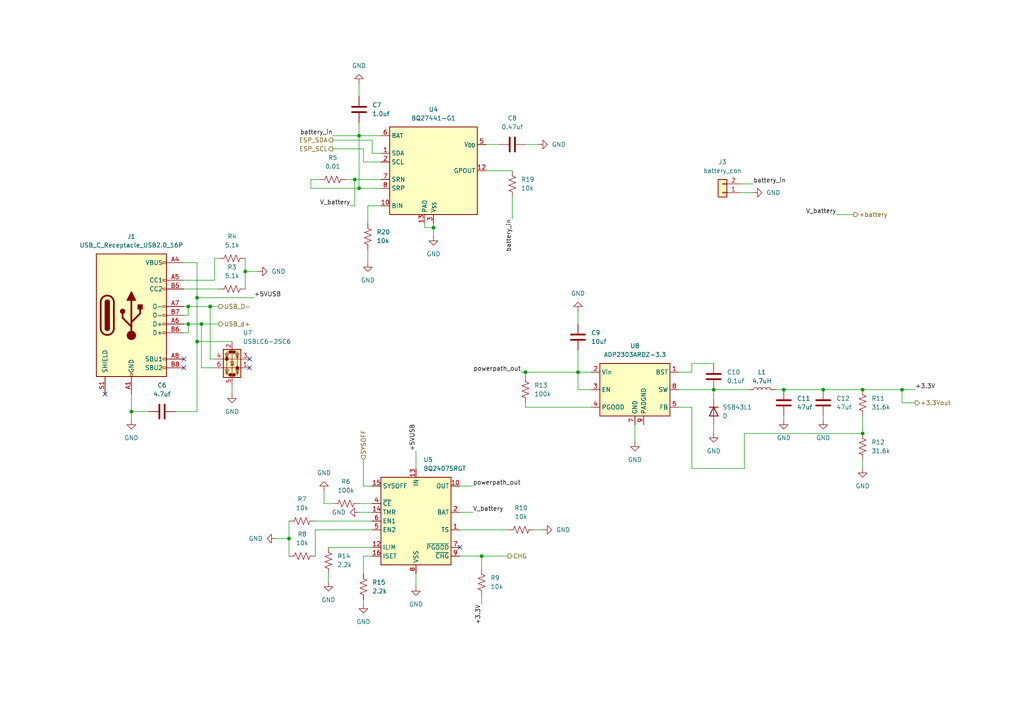
<source format=kicad_sch>
(kicad_sch (version 20250114) (generator "eeschema") (generator_version "9.0")
  (paper "A4")
  (lib_symbols
    (symbol "Battery_Management:BQ24075RGT"
      (property "Reference" "U" (at -8.89 13.97 0))
      (property "Value" "BQ24075RGT" (at 16.51 13.97 0))
      (symbol "BQ24075RGT_0_1"
        (rectangle (start -10.16 12.7) (end 10.16 -12.7) (stroke (width 0.254)) (fill (type background)))
      )
      (symbol "BQ24075RGT_1_1"
        (pin input line (at -12.7 10.16 0) (length 2.54) (name "SYSOFF") (number "15"))
        (pin input line (at -12.7 5.08 0) (length 2.54) (name "~{CE}") (number "4"))
        (pin input line (at -12.7 2.54 0) (length 2.54) (name "TMR") (number "14"))
        (pin input line (at -12.7 0 0) (length 2.54) (name "EN1") (number "6"))
        (pin input line (at -12.7 -2.54 0) (length 2.54) (name "EN2") (number "5"))
        (pin passive line (at -12.7 -7.62 0) (length 2.54) (name "ILIM") (number "12"))
        (pin passive line (at -12.7 -10.16 0) (length 2.54) (name "ISET") (number "16"))
        (pin power_in line (at 0 15.24 270) (length 2.54) (name "IN") (number "13"))
        (pin passive line (at 0 -15.24 90) (length 2.54) (hide yes) (name "VSS") (number "17"))
        (pin power_in line (at 0 -15.24 90) (length 2.54) (name "VSS") (number "8"))
        (pin power_out line (at 12.7 10.16 180) (length 2.54) (name "OUT") (number "10"))
        (pin passive line (at 12.7 10.16 180) (length 2.54) (hide yes) (name "OUT") (number "11"))
        (pin power_out line (at 12.7 2.54 180) (length 2.54) (name "BAT") (number "2"))
        (pin passive line (at 12.7 2.54 180) (length 2.54) (hide yes) (name "BAT") (number "3"))
        (pin passive line (at 12.7 -2.54 180) (length 2.54) (name "TS") (number "1"))
        (pin open_collector line (at 12.7 -7.62 180) (length 2.54) (name "~{PGOOD}") (number "7"))
        (pin open_collector line (at 12.7 -10.16 180) (length 2.54) (name "~{CHG}") (number "9"))
      )
    )
    (symbol "Battery_Management:BQ27441-G1"
      (property "Reference" "U" (at -5.08 15.875 0))
      (property "Value" "BQ27441-G1" (at -5.08 13.97 0))
      (symbol "BQ27441-G1_0_1"
        (rectangle (start -12.7 12.7) (end 12.7 -12.7) (stroke (width 0.254)) (fill (type background)))
      )
      (symbol "BQ27441-G1_1_1"
        (pin power_in line (at -15.24 10.16 0) (length 2.54) (name "BAT") (number "6"))
        (pin bidirectional line (at -15.24 5.08 0) (length 2.54) (name "SDA") (number "1"))
        (pin input line (at -15.24 2.54 0) (length 2.54) (name "SCL") (number "2"))
        (pin input line (at -15.24 -2.54 0) (length 2.54) (name "SRN") (number "7"))
        (pin input line (at -15.24 -5.08 0) (length 2.54) (name "SRP") (number "8"))
        (pin input line (at -15.24 -10.16 0) (length 2.54) (name "BIN") (number "10"))
        (pin power_in line (at -2.54 -15.24 90) (length 2.54) (name "PAD") (number "13"))
        (pin power_in line (at 0 -15.24 90) (length 2.54) (name "V_{SS}") (number "3"))
        (pin no_connect line (at 10.16 -2.54 180) (length 2.54) (hide yes) (name "NC") (number "11"))
        (pin no_connect line (at 10.16 -5.08 180) (length 2.54) (hide yes) (name "NC") (number "9"))
        (pin no_connect line (at 10.16 -7.62 180) (length 2.54) (hide yes) (name "NC") (number "4"))
        (pin power_out line (at 15.24 7.62 180) (length 2.54) (name "V_{DD}") (number "5"))
        (pin output line (at 15.24 0 180) (length 2.54) (name "GPOUT") (number "12"))
      )
    )
    (symbol "Connector:USB_C_Receptacle_USB2.0_16P" (pin_names (offset 1.016))
      (property "Reference" "J" (at 0 22.225 0))
      (property "Value" "USB_C_Receptacle_USB2.0_16P" (at 0 19.685 0))
      (symbol "USB_C_Receptacle_USB2.0_16P_0_0"
        (rectangle (start -0.254 -17.78) (end 0.254 -16.764))
        (rectangle (start 10.16 15.494) (end 9.144 14.986))
        (rectangle (start 10.16 10.414) (end 9.144 9.906))
        (rectangle (start 10.16 7.874) (end 9.144 7.366))
        (rectangle (start 10.16 2.794) (end 9.144 2.286))
        (rectangle (start 10.16 0.254) (end 9.144 -0.254))
        (rectangle (start 10.16 -2.286) (end 9.144 -2.794))
        (rectangle (start 10.16 -4.826) (end 9.144 -5.334))
        (rectangle (start 10.16 -12.446) (end 9.144 -12.954))
        (rectangle (start 10.16 -14.986) (end 9.144 -15.494))
      )
      (symbol "USB_C_Receptacle_USB2.0_16P_0_1"
        (rectangle (start -10.16 17.78) (end 10.16 -17.78) (stroke (width 0.254)) (fill (type background)))
        (polyline (pts (xy -8.89 -3.81) (xy -8.89 3.81)) (stroke (width 0.508)))
        (rectangle (start -7.62 -3.81) (end -6.35 3.81) (stroke (width 0.254)) (fill (type outline)))
        (arc (start -7.62 3.81) (mid -6.985 4.4423) (end -6.35 3.81) (stroke (width 0.254)))
        (arc (start -7.62 3.81) (mid -6.985 4.4423) (end -6.35 3.81) (stroke (width 0.254)) (fill (type outline)))
        (arc (start -8.89 3.81) (mid -6.985 5.7067) (end -5.08 3.81) (stroke (width 0.508)))
        (arc (start -5.08 -3.81) (mid -6.985 -5.7067) (end -8.89 -3.81) (stroke (width 0.508)))
        (arc (start -6.35 -3.81) (mid -6.985 -4.4423) (end -7.62 -3.81) (stroke (width 0.254)))
        (arc (start -6.35 -3.81) (mid -6.985 -4.4423) (end -7.62 -3.81) (stroke (width 0.254)) (fill (type outline)))
        (polyline (pts (xy -5.08 3.81) (xy -5.08 -3.81)) (stroke (width 0.508)))
        (circle (center -2.54 1.143) (radius 0.635) (stroke (width 0.254)) (fill (type outline)))
        (polyline (pts (xy -1.27 4.318) (xy 0 6.858) (xy 1.27 4.318) (xy -1.27 4.318)) (stroke (width 0.254)) (fill (type outline)))
        (polyline (pts (xy 0 -2.032) (xy 2.54 0.508) (xy 2.54 1.778)) (stroke (width 0.508)))
        (polyline (pts (xy 0 -3.302) (xy -2.54 -0.762) (xy -2.54 0.508)) (stroke (width 0.508)))
        (polyline (pts (xy 0 -5.842) (xy 0 4.318)) (stroke (width 0.508)))
        (circle (center 0 -5.842) (radius 1.27) (fill (type outline)))
        (rectangle (start 1.905 1.778) (end 3.175 3.048) (stroke (width 0.254)) (fill (type outline)))
      )
      (symbol "USB_C_Receptacle_USB2.0_16P_1_1"
        (pin passive line (at -7.62 -22.86 90) (length 5.08) (name "SHIELD") (number "S1"))
        (pin passive line (at 0 -22.86 90) (length 5.08) (name "GND") (number "A1"))
        (pin passive line (at 0 -22.86 90) (length 5.08) (hide yes) (name "GND") (number "A12"))
        (pin passive line (at 0 -22.86 90) (length 5.08) (hide yes) (name "GND") (number "B1"))
        (pin passive line (at 0 -22.86 90) (length 5.08) (hide yes) (name "GND") (number "B12"))
        (pin passive line (at 15.24 15.24 180) (length 5.08) (name "VBUS") (number "A4"))
        (pin passive line (at 15.24 15.24 180) (length 5.08) (hide yes) (name "VBUS") (number "A9"))
        (pin passive line (at 15.24 15.24 180) (length 5.08) (hide yes) (name "VBUS") (number "B4"))
        (pin passive line (at 15.24 15.24 180) (length 5.08) (hide yes) (name "VBUS") (number "B9"))
        (pin bidirectional line (at 15.24 10.16 180) (length 5.08) (name "CC1") (number "A5"))
        (pin bidirectional line (at 15.24 7.62 180) (length 5.08) (name "CC2") (number "B5"))
        (pin bidirectional line (at 15.24 2.54 180) (length 5.08) (name "D-") (number "A7"))
        (pin bidirectional line (at 15.24 0 180) (length 5.08) (name "D-") (number "B7"))
        (pin bidirectional line (at 15.24 -2.54 180) (length 5.08) (name "D+") (number "A6"))
        (pin bidirectional line (at 15.24 -5.08 180) (length 5.08) (name "D+") (number "B6"))
        (pin bidirectional line (at 15.24 -12.7 180) (length 5.08) (name "SBU1") (number "A8"))
        (pin bidirectional line (at 15.24 -15.24 180) (length 5.08) (name "SBU2") (number "B8"))
      )
    )
    (symbol "Connector_Generic:Conn_01x02" (pin_names (offset 1.016) (hide yes))
      (property "Reference" "J" (at 0 2.54 0))
      (property "Value" "Conn_01x02" (at 0 -5.08 0))
      (symbol "Conn_01x02_1_1"
        (rectangle (start -1.27 1.27) (end 1.27 -3.81) (stroke (width 0.254)) (fill (type background)))
        (rectangle (start -1.27 0.127) (end 0 -0.127) (stroke (width 0.1524)))
        (rectangle (start -1.27 -2.413) (end 0 -2.667) (stroke (width 0.1524)))
        (pin passive line (at -5.08 0 0) (length 3.81) (name "Pin_1") (number "1"))
        (pin passive line (at -5.08 -2.54 0) (length 3.81) (name "Pin_2") (number "2"))
      )
    )
    (symbol "Device:C" (pin_numbers (hide yes)) (pin_names (offset 0.254))
      (property "Reference" "C" (at 0.635 2.54 0))
      (property "Value" "C" (at 0.635 -2.54 0))
      (symbol "C_0_1"
        (polyline (pts (xy -2.032 0.762) (xy 2.032 0.762)) (stroke (width 0.508)))
        (polyline (pts (xy -2.032 -0.762) (xy 2.032 -0.762)) (stroke (width 0.508)))
      )
      (symbol "C_1_1"
        (pin passive line (at 0 3.81 270) (length 2.794) (name "~") (number "1"))
        (pin passive line (at 0 -3.81 90) (length 2.794) (name "~") (number "2"))
      )
    )
    (symbol "Device:D" (pin_numbers (hide yes)) (pin_names (offset 1.016) (hide yes))
      (property "Reference" "D" (at 0 2.54 0))
      (property "Value" "D" (at 0 -2.54 0))
      (symbol "D_0_1"
        (polyline (pts (xy -1.27 1.27) (xy -1.27 -1.27)) (stroke (width 0.254)))
        (polyline (pts (xy 1.27 1.27) (xy 1.27 -1.27) (xy -1.27 0) (xy 1.27 1.27)) (stroke (width 0.254)))
        (polyline (pts (xy 1.27 0) (xy -1.27 0)))
      )
      (symbol "D_1_1"
        (pin passive line (at -3.81 0 0) (length 2.54) (name "K") (number "1"))
        (pin passive line (at 3.81 0 180) (length 2.54) (name "A") (number "2"))
      )
    )
    (symbol "Device:L" (pin_numbers (hide yes)) (pin_names (offset 1.016) (hide yes))
      (property "Reference" "L" (at -1.27 0 90))
      (property "Value" "L" (at 1.905 0 90))
      (symbol "L_0_1"
        (arc (start 0 2.54) (mid 0.6323 1.905) (end 0 1.27))
        (arc (start 0 1.27) (mid 0.6323 0.635) (end 0 0))
        (arc (start 0 0) (mid 0.6323 -0.635) (end 0 -1.27))
        (arc (start 0 -1.27) (mid 0.6323 -1.905) (end 0 -2.54))
      )
      (symbol "L_1_1"
        (pin passive line (at 0 3.81 270) (length 1.27) (name "1") (number "1"))
        (pin passive line (at 0 -3.81 90) (length 1.27) (name "2") (number "2"))
      )
    )
    (symbol "Device:R_US" (pin_numbers (hide yes)) (pin_names (offset 0))
      (property "Reference" "R" (at 2.54 0 90))
      (property "Value" "R_US" (at -2.54 0 90))
      (symbol "R_US_0_1"
        (polyline (pts (xy 0 2.286) (xy 0 2.54)))
        (polyline (pts (xy 0 2.286) (xy 1.016 1.905) (xy 0 1.524) (xy -1.016 1.143) (xy 0 0.762)))
        (polyline (pts (xy 0 0.762) (xy 1.016 0.381) (xy 0 0) (xy -1.016 -0.381) (xy 0 -0.762)))
        (polyline (pts (xy 0 -0.762) (xy 1.016 -1.143) (xy 0 -1.524) (xy -1.016 -1.905) (xy 0 -2.286)))
        (polyline (pts (xy 0 -2.286) (xy 0 -2.54)))
      )
      (symbol "R_US_1_1"
        (pin passive line (at 0 3.81 270) (length 1.27) (name "~") (number "1"))
        (pin passive line (at 0 -3.81 90) (length 1.27) (name "~") (number "2"))
      )
    )
    (symbol "Power_Protection:USBLC6-2SC6" (pin_names (hide yes))
      (property "Reference" "U" (at 0.635 5.715 0))
      (property "Value" "USBLC6-2SC6" (at 0.635 3.81 0))
      (symbol "USBLC6-2SC6_0_0"
        (circle (center -1.524 0) (radius 0.0001) (stroke (width 0.508)))
        (circle (center -0.508 2.032) (radius 0.0001) (stroke (width 0.508)))
        (circle (center -0.508 -4.572) (radius 0.0001) (stroke (width 0.508)))
        (circle (center 0.508 2.032) (radius 0.0001) (stroke (width 0.508)))
        (circle (center 0.508 -4.572) (radius 0.0001) (stroke (width 0.508)))
        (circle (center 1.524 -2.54) (radius 0.0001) (stroke (width 0.508)))
      )
      (symbol "USBLC6-2SC6_0_1"
        (polyline (pts (xy -2.54 0) (xy 2.54 0)))
        (polyline (pts (xy -2.54 -2.54) (xy 2.54 -2.54)))
        (polyline (pts (xy -2.032 0.508) (xy -1.016 0.508) (xy -1.524 1.524) (xy -2.032 0.508)))
        (polyline (pts (xy -2.032 -3.048) (xy -1.016 -3.048)))
        (polyline (pts (xy -1.016 1.524) (xy -2.032 1.524)))
        (polyline (pts (xy -1.016 -4.064) (xy -2.032 -4.064) (xy -1.524 -3.048) (xy -1.016 -4.064)))
        (polyline (pts (xy -0.508 -1.143) (xy -0.508 -0.762) (xy 0.508 -0.762)))
        (polyline (pts (xy 0 2.54) (xy -0.508 2.032) (xy 0.508 2.032) (xy 0 1.524) (xy 0 -4.064) (xy -0.508 -4.572) (xy 0.508 -4.572) (xy 0 -5.08)))
        (polyline (pts (xy 0.508 -1.778) (xy -0.508 -1.778) (xy 0 -0.762) (xy 0.508 -1.778)))
        (polyline (pts (xy 1.016 1.524) (xy 2.032 1.524)))
        (polyline (pts (xy 1.016 -3.048) (xy 2.032 -3.048)))
        (polyline (pts (xy 2.032 0.508) (xy 1.016 0.508) (xy 1.524 1.524) (xy 2.032 0.508)))
        (polyline (pts (xy 2.032 -4.064) (xy 1.016 -4.064) (xy 1.524 -3.048) (xy 2.032 -4.064)))
      )
      (symbol "USBLC6-2SC6_1_1"
        (rectangle (start -2.54 2.794) (end 2.54 -5.334) (stroke (width 0.254)) (fill (type background)))
        (polyline (pts (xy -0.508 2.032) (xy -1.524 2.032) (xy -1.524 -4.572) (xy -0.508 -4.572)))
        (polyline (pts (xy 0.508 -4.572) (xy 1.524 -4.572) (xy 1.524 2.032) (xy 0.508 2.032)))
        (pin passive line (at -5.08 0 0) (length 2.54) (name "I/O1") (number "1"))
        (pin passive line (at -5.08 -2.54 0) (length 2.54) (name "I/O2") (number "3"))
        (pin passive line (at 0 5.08 270) (length 2.54) (name "VBUS") (number "5"))
        (pin passive line (at 0 -7.62 90) (length 2.54) (name "GND") (number "2"))
        (pin passive line (at 5.08 0 180) (length 2.54) (name "I/O1") (number "6"))
        (pin passive line (at 5.08 -2.54 180) (length 2.54) (name "I/O2") (number "4"))
      )
    )
    (symbol "Regulator_Switching:ADP2303ARDZ-3.3"
      (property "Reference" "U" (at -10.16 8.89 0))
      (property "Value" "ADP2303ARDZ-3.3" (at -3.81 8.89 0))
      (symbol "ADP2303ARDZ-3.3_0_1"
        (rectangle (start -10.16 7.62) (end 10.16 -7.62) (stroke (width 0.254)) (fill (type background)))
      )
      (symbol "ADP2303ARDZ-3.3_1_1"
        (pin power_in line (at -12.7 5.08 0) (length 2.54) (name "Vin") (number "2"))
        (pin input line (at -12.7 0 0) (length 2.54) (name "EN") (number "3"))
        (pin output line (at -12.7 -5.08 0) (length 2.54) (name "PGOOD") (number "4"))
        (pin no_connect line (at -10.16 2.54 0) (length 2.54) (hide yes) (name "NC") (number "6"))
        (pin power_in line (at 0 -10.16 90) (length 2.54) (name "GND") (number "7"))
        (pin power_in line (at 2.54 -10.16 90) (length 2.54) (name "PADGND") (number "9"))
        (pin input line (at 12.7 5.08 180) (length 2.54) (name "BST") (number "1"))
        (pin power_out line (at 12.7 0 180) (length 2.54) (name "SW") (number "8"))
        (pin input line (at 12.7 -5.08 180) (length 2.54) (name "FB") (number "5"))
      )
    )
    (symbol "power:GND" (power) (pin_numbers (hide yes)) (pin_names (offset 0) (hide yes))
      (property "Value" "GND" (at 0 -3.81 0))
      (symbol "GND_0_1"
        (polyline (pts (xy 0 0) (xy 0 -1.27) (xy 1.27 -1.27) (xy 0 -2.54) (xy -1.27 -1.27) (xy 0 -1.27)))
      )
      (symbol "GND_1_1"
        (pin power_in line (at 0 0 270) (length 0) (name "~") (number "1"))
      )
    )
  )
  (junction (at 54.61 93.98))
  (junction (at 58.42 93.98))
  (junction (at 125.73 66.04))
  (junction (at 57.15 99.06))
  (junction (at 38.1 119.38))
  (junction (at 71.12 78.74))
  (junction (at 250.19 113.03))
  (junction (at 227.33 113.03))
  (junction (at 207.01 113.03))
  (junction (at 57.15 86.36))
  (junction (at 139.7 161.29))
  (junction (at 104.14 39.37))
  (junction (at 104.14 54.61))
  (junction (at 167.64 107.95))
  (junction (at 261.62 113.03))
  (junction (at 102.87 52.07))
  (junction (at 250.19 125.73))
  (junction (at 83.82 156.21))
  (junction (at 60.96 88.9))
  (junction (at 238.76 113.03))
  (junction (at 152.4 107.95))
  (junction (at 54.61 88.9))
  (no_connect (at 72.39 106.68))
  (no_connect (at 30.48 114.3))
  (no_connect (at 133.35 158.75))
  (no_connect (at 53.34 104.14))
  (no_connect (at 53.34 106.68))
  (no_connect (at 72.39 104.14))
  (wire (pts (xy 104.14 39.37) (xy 110.49 39.37)))
  (wire (pts (xy 54.61 93.98) (xy 58.42 93.98)))
  (wire (pts (xy 104.14 54.61) (xy 110.49 54.61)))
  (wire (pts (xy 60.96 104.14) (xy 62.23 104.14)))
  (wire (pts (xy 54.61 96.52) (xy 54.61 93.98)))
  (wire (pts (xy 58.42 93.98) (xy 58.42 106.68)))
  (wire (pts (xy 102.87 59.69) (xy 102.87 52.07)))
  (wire (pts (xy 71.12 78.74) (xy 74.93 78.74)))
  (wire (pts (xy 107.95 44.45) (xy 110.49 44.45)))
  (wire (pts (xy 133.35 153.67) (xy 147.32 153.67)))
  (wire (pts (xy 152.4 107.95) (xy 152.4 109.22)))
  (wire (pts (xy 105.41 46.99) (xy 110.49 46.99)))
  (wire (pts (xy 152.4 107.95) (xy 167.64 107.95)))
  (wire (pts (xy 92.71 52.07) (xy 90.17 52.07)))
  (wire (pts (xy 125.73 66.04) (xy 125.73 68.58)))
  (wire (pts (xy 60.96 88.9) (xy 60.96 104.14)))
  (wire (pts (xy 107.95 40.64) (xy 107.95 44.45)))
  (wire (pts (xy 104.14 39.37) (xy 104.14 54.61)))
  (wire (pts (xy 227.33 113.03) (xy 238.76 113.03)))
  (wire (pts (xy 261.62 116.84) (xy 265.43 116.84)))
  (wire (pts (xy 91.44 151.13) (xy 107.95 151.13)))
  (wire (pts (xy 95.25 158.75) (xy 107.95 158.75)))
  (wire (pts (xy 250.19 120.65) (xy 250.19 125.73)))
  (wire (pts (xy 200.66 118.11) (xy 200.66 135.89)))
  (wire (pts (xy 261.62 113.03) (xy 261.62 116.84)))
  (wire (pts (xy 214.63 53.34) (xy 218.44 53.34)))
  (wire (pts (xy 57.15 86.36) (xy 73.66 86.36)))
  (wire (pts (xy 102.87 52.07) (xy 110.49 52.07)))
  (wire (pts (xy 140.97 41.91) (xy 144.78 41.91)))
  (wire (pts (xy 242.57 62.23) (xy 247.65 62.23)))
  (wire (pts (xy 101.6 59.69) (xy 102.87 59.69)))
  (wire (pts (xy 91.44 153.67) (xy 91.44 161.29)))
  (wire (pts (xy 105.41 43.18) (xy 105.41 46.99)))
  (wire (pts (xy 90.17 52.07) (xy 90.17 54.61)))
  (wire (pts (xy 107.95 161.29) (xy 105.41 161.29)))
  (wire (pts (xy 167.64 113.03) (xy 171.45 113.03)))
  (wire (pts (xy 139.7 172.72) (xy 139.7 175.26)))
  (wire (pts (xy 57.15 86.36) (xy 57.15 76.2)))
  (wire (pts (xy 152.4 41.91) (xy 156.21 41.91)))
  (wire (pts (xy 105.41 140.97) (xy 107.95 140.97)))
  (wire (pts (xy 196.85 118.11) (xy 200.66 118.11)))
  (wire (pts (xy 184.15 123.19) (xy 184.15 128.27)))
  (wire (pts (xy 96.52 40.64) (xy 107.95 40.64)))
  (wire (pts (xy 196.85 113.03) (xy 207.01 113.03)))
  (wire (pts (xy 133.35 161.29) (xy 139.7 161.29)))
  (wire (pts (xy 57.15 76.2) (xy 53.34 76.2)))
  (wire (pts (xy 123.19 64.77) (xy 123.19 66.04)))
  (wire (pts (xy 53.34 93.98) (xy 54.61 93.98)))
  (wire (pts (xy 106.68 72.39) (xy 106.68 76.2)))
  (wire (pts (xy 58.42 106.68) (xy 62.23 106.68)))
  (wire (pts (xy 83.82 151.13) (xy 83.82 156.21)))
  (wire (pts (xy 54.61 88.9) (xy 60.96 88.9)))
  (wire (pts (xy 53.34 96.52) (xy 54.61 96.52)))
  (wire (pts (xy 207.01 113.03) (xy 207.01 115.57)))
  (wire (pts (xy 60.96 88.9) (xy 63.5 88.9)))
  (wire (pts (xy 62.23 74.93) (xy 63.5 74.93)))
  (wire (pts (xy 140.97 49.53) (xy 148.59 49.53)))
  (wire (pts (xy 50.8 119.38) (xy 57.15 119.38)))
  (wire (pts (xy 57.15 99.06) (xy 67.31 99.06)))
  (wire (pts (xy 133.35 140.97) (xy 137.16 140.97)))
  (wire (pts (xy 139.7 161.29) (xy 139.7 165.1)))
  (wire (pts (xy 139.7 161.29) (xy 147.32 161.29)))
  (wire (pts (xy 95.25 166.37) (xy 95.25 168.91)))
  (wire (pts (xy 104.14 146.05) (xy 107.95 146.05)))
  (wire (pts (xy 96.52 39.37) (xy 104.14 39.37)))
  (wire (pts (xy 250.19 113.03) (xy 261.62 113.03)))
  (wire (pts (xy 200.66 105.41) (xy 207.01 105.41)))
  (wire (pts (xy 207.01 113.03) (xy 217.17 113.03)))
  (wire (pts (xy 120.65 130.81) (xy 120.65 135.89)))
  (wire (pts (xy 38.1 119.38) (xy 43.18 119.38)))
  (wire (pts (xy 58.42 93.98) (xy 63.5 93.98)))
  (wire (pts (xy 106.68 59.69) (xy 106.68 64.77)))
  (wire (pts (xy 167.64 101.6) (xy 167.64 107.95)))
  (wire (pts (xy 125.73 64.77) (xy 125.73 66.04)))
  (wire (pts (xy 105.41 133.35) (xy 105.41 140.97)))
  (wire (pts (xy 214.63 55.88) (xy 218.44 55.88)))
  (wire (pts (xy 38.1 119.38) (xy 38.1 121.92)))
  (wire (pts (xy 100.33 52.07) (xy 102.87 52.07)))
  (wire (pts (xy 71.12 74.93) (xy 71.12 78.74)))
  (wire (pts (xy 200.66 107.95) (xy 200.66 105.41)))
  (wire (pts (xy 53.34 83.82) (xy 63.5 83.82)))
  (wire (pts (xy 71.12 78.74) (xy 71.12 83.82)))
  (wire (pts (xy 133.35 148.59) (xy 137.16 148.59)))
  (wire (pts (xy 96.52 146.05) (xy 93.98 146.05)))
  (wire (pts (xy 38.1 114.3) (xy 38.1 119.38)))
  (wire (pts (xy 238.76 113.03) (xy 250.19 113.03)))
  (wire (pts (xy 57.15 99.06) (xy 57.15 86.36)))
  (wire (pts (xy 154.94 153.67) (xy 157.48 153.67)))
  (wire (pts (xy 200.66 135.89) (xy 215.9 135.89)))
  (wire (pts (xy 265.43 113.03) (xy 261.62 113.03)))
  (wire (pts (xy 152.4 116.84) (xy 152.4 118.11)))
  (wire (pts (xy 120.65 166.37) (xy 120.65 170.18)))
  (wire (pts (xy 123.19 66.04) (xy 125.73 66.04)))
  (wire (pts (xy 151.13 107.95) (xy 152.4 107.95)))
  (wire (pts (xy 57.15 119.38) (xy 57.15 99.06)))
  (wire (pts (xy 54.61 91.44) (xy 54.61 88.9)))
  (wire (pts (xy 250.19 133.35) (xy 250.19 135.89)))
  (wire (pts (xy 93.98 146.05) (xy 93.98 142.24)))
  (wire (pts (xy 80.01 156.21) (xy 83.82 156.21)))
  (wire (pts (xy 104.14 148.59) (xy 107.95 148.59)))
  (wire (pts (xy 167.64 90.17) (xy 167.64 93.98)))
  (wire (pts (xy 238.76 120.65) (xy 238.76 121.92)))
  (wire (pts (xy 152.4 118.11) (xy 171.45 118.11)))
  (wire (pts (xy 167.64 107.95) (xy 167.64 113.03)))
  (wire (pts (xy 105.41 161.29) (xy 105.41 166.37)))
  (wire (pts (xy 62.23 81.28) (xy 62.23 74.93)))
  (wire (pts (xy 227.33 120.65) (xy 227.33 121.92)))
  (wire (pts (xy 104.14 35.56) (xy 104.14 39.37)))
  (wire (pts (xy 53.34 88.9) (xy 54.61 88.9)))
  (wire (pts (xy 207.01 123.19) (xy 207.01 125.73)))
  (wire (pts (xy 196.85 107.95) (xy 200.66 107.95)))
  (wire (pts (xy 110.49 59.69) (xy 106.68 59.69)))
  (wire (pts (xy 67.31 111.76) (xy 67.31 114.3)))
  (wire (pts (xy 167.64 107.95) (xy 171.45 107.95)))
  (wire (pts (xy 91.44 153.67) (xy 107.95 153.67)))
  (wire (pts (xy 90.17 54.61) (xy 104.14 54.61)))
  (wire (pts (xy 96.52 43.18) (xy 105.41 43.18)))
  (wire (pts (xy 215.9 135.89) (xy 215.9 125.73)))
  (wire (pts (xy 215.9 125.73) (xy 250.19 125.73)))
  (wire (pts (xy 148.59 57.15) (xy 148.59 63.5)))
  (wire (pts (xy 224.79 113.03) (xy 227.33 113.03)))
  (wire (pts (xy 53.34 91.44) (xy 54.61 91.44)))
  (wire (pts (xy 53.34 81.28) (xy 62.23 81.28)))
  (wire (pts (xy 104.14 24.13) (xy 104.14 27.94)))
  (wire (pts (xy 83.82 156.21) (xy 83.82 161.29)))
  (wire (pts (xy 105.41 173.99) (xy 105.41 175.26)))
  (label "V_battery" (at 101.6 59.69 180))
  (label "V_battery" (at 137.16 148.59 0))
  (label "+5VUSB" (at 120.65 130.81 90))
  (label "+5VUSB" (at 73.66 86.36 0))
  (label "V_battery" (at 242.57 62.23 180))
  (label "powerpath_out" (at 151.13 107.95 180))
  (label "battery_in" (at 96.52 39.37 180))
  (label "powerpath_out" (at 137.16 140.97 0))
  (label "battery_in" (at 148.59 63.5 270))
  (label "+3.3V" (at 265.43 113.03 0))
  (label "battery_in" (at 218.44 53.34 0))
  (label "+3.3V" (at 139.7 175.26 270))
  (hierarchical_label "ESP_SDA" (shape output) (at 96.52 40.64 180))
  (hierarchical_label "+battery" (shape output) (at 247.65 62.23 0))
  (hierarchical_label "ESP_SCL" (shape output) (at 96.52 43.18 180))
  (hierarchical_label "CHG" (shape output) (at 147.32 161.29 0))
  (hierarchical_label "USB_D-" (shape output) (at 63.5 88.9 0))
  (hierarchical_label "SYSOFF" (shape input) (at 105.41 133.35 90))
  (hierarchical_label "+3.3Vout" (shape output) (at 265.43 116.84 0))
  (hierarchical_label "USB_d+" (shape output) (at 63.5 93.98 0))
  (symbol (lib_id "power:GND") (at 120.65 170.18 0) (unit 1)
    (property "Reference" "#PWR022" (effects (hide yes)))
    (property "Value" "GND" (at 120.65 175.26 0))
    (property "Description" "Power symbol creates a global label with name \"GND\" , ground" (effects (hide yes)))
  )
  (symbol (lib_id "power:GND") (at 74.93 78.74 90) (unit 1)
    (property "Reference" "#PWR016" (effects (hide yes)))
    (property "Value" "GND" (at 78.74 78.7399 90) (effects (justify right)))
    (property "Description" "Power symbol creates a global label with name \"GND\" , ground" (effects (hide yes)))
  )
  (symbol (lib_id "Device:R_US") (at 152.4 113.03 0) (unit 1)
    (property "Reference" "R13" (at 154.94 111.7599 0) (effects (justify left)))
    (property "Value" "100k" (at 154.94 114.2999 0) (effects (justify left)))
    (property "Footprint" "Resistor_SMD:R_0402_1005Metric" (effects (hide yes)))
    (property "Description" "Resistor, US symbol" (effects (hide yes)))
  )
  (symbol (lib_id "power:GND") (at 80.01 156.21 270) (unit 1)
    (property "Reference" "#PWR023" (effects (hide yes)))
    (property "Value" "GND" (at 76.2 156.2099 90) (effects (justify right)))
    (property "Description" "Power symbol creates a global label with name \"GND\" , ground" (effects (hide yes)))
  )
  (symbol (lib_id "power:GND") (at 207.01 125.73 0) (unit 1)
    (property "Reference" "#PWR028" (effects (hide yes)))
    (property "Value" "GND" (at 207.01 130.81 0))
    (property "Description" "Power symbol creates a global label with name \"GND\" , ground" (effects (hide yes)))
  )
  (symbol (lib_id "Device:R_US") (at 67.31 74.93 90) (unit 1)
    (property "Reference" "R4" (at 67.31 68.58 90))
    (property "Value" "5.1k" (at 67.31 71.12 90))
    (property "Footprint" "Resistor_SMD:R_0402_1005Metric" (effects (hide yes)))
    (property "Description" "Resistor, US symbol" (effects (hide yes)))
  )
  (symbol (lib_id "Device:C") (at 227.33 116.84 0) (unit 1)
    (property "Reference" "C11" (at 231.14 115.5699 0) (effects (justify left)))
    (property "Value" "47uf" (at 231.14 118.1099 0) (effects (justify left)))
    (property "Footprint" "Capacitor_SMD:C_0402_1005Metric" (effects (hide yes)))
    (property "Description" "Unpolarized capacitor" (effects (hide yes)))
  )
  (symbol (lib_id "power:GND") (at 238.76 121.92 0) (unit 1)
    (property "Reference" "#PWR033" (effects (hide yes)))
    (property "Value" "GND" (at 238.76 127 0))
    (property "Description" "Power symbol creates a global label with name \"GND\" , ground" (effects (hide yes)))
  )
  (symbol (lib_id "Device:C") (at 104.14 31.75 0) (unit 1)
    (property "Reference" "C7" (at 107.95 30.4799 0) (effects (justify left)))
    (property "Value" "1.0uf" (at 107.95 33.0199 0) (effects (justify left)))
    (property "Footprint" "Capacitor_SMD:C_0402_1005Metric" (effects (hide yes)))
    (property "Description" "Unpolarized capacitor" (effects (hide yes)))
  )
  (symbol (lib_id "Connector_Generic:Conn_01x02") (at 209.55 55.88 180) (unit 1)
    (property "Reference" "J3" (at 209.55 46.99 0))
    (property "Value" "battery_con" (at 209.55 49.53 0))
    (property "Footprint" "Connector_JST:JST_PH_S2B-PH-K_1x02_P2.00mm_Horizontal" (effects (hide yes)))
    (property "Description" "Generic connector, single row, 01x02, script generated (kicad-library-utils/schlib/autogen/connector/)" (effects (hide yes)))
  )
  (symbol (lib_id "power:GND") (at 95.25 168.91 0) (unit 1)
    (property "Reference" "#PWR030" (effects (hide yes)))
    (property "Value" "GND" (at 95.25 173.99 0))
    (property "Description" "Power symbol creates a global label with name \"GND\" , ground" (effects (hide yes)))
  )
  (symbol (lib_id "Device:C") (at 148.59 41.91 270) (unit 1)
    (property "Reference" "C8" (at 148.59 34.29 90))
    (property "Value" "0.47uf" (at 148.59 36.83 90))
    (property "Footprint" "Capacitor_SMD:C_0402_1005Metric" (effects (hide yes)))
    (property "Description" "Unpolarized capacitor" (effects (hide yes)))
  )
  (symbol (lib_id "Device:R_US") (at 250.19 116.84 0) (unit 1)
    (property "Reference" "R11" (at 252.73 115.5699 0) (effects (justify left)))
    (property "Value" "31.6k" (at 252.73 118.1099 0) (effects (justify left)))
    (property "Footprint" "Resistor_SMD:R_0402_1005Metric" (effects (hide yes)))
    (property "Description" "Resistor, US symbol" (effects (hide yes)))
  )
  (symbol (lib_id "power:GND") (at 106.68 76.2 0) (unit 1)
    (property "Reference" "#PWR050" (effects (hide yes)))
    (property "Value" "GND" (at 106.68 81.28 0))
    (property "Description" "Power symbol creates a global label with name \"GND\" , ground" (effects (hide yes)))
  )
  (symbol (lib_id "power:GND") (at 38.1 121.92 0) (unit 1)
    (property "Reference" "#PWR015" (effects (hide yes)))
    (property "Value" "GND" (at 38.1 127 0))
    (property "Description" "Power symbol creates a global label with name \"GND\" , ground" (effects (hide yes)))
  )
  (symbol (lib_id "Device:C") (at 46.99 119.38 270) (unit 1)
    (property "Reference" "C6" (at 46.99 111.76 90))
    (property "Value" "4.7uf" (at 46.99 114.3 90))
    (property "Footprint" "Capacitor_SMD:C_0402_1005Metric" (effects (hide yes)))
    (property "Description" "Unpolarized capacitor" (effects (hide yes)))
  )
  (symbol (lib_id "Battery_Management:BQ27441-G1") (at 125.73 49.53 0) (unit 1)
    (property "Reference" "U4" (at 125.73 31.75 0))
    (property "Value" "BQ27441-G1" (at 125.73 34.29 0))
    (property "Footprint" "Package_SON:Texas_S-PDSO-N12" (effects (hide yes)))
    (property "Datasheet" "http://www.ti.com/lit/ds/symlink/bq27441-g1.pdf" (effects (hide yes)))
    (property "Description" "System Side Li Ion/Polymer Fuel Gauge, PDSON-12" (effects (hide yes)))
  )
  (symbol (lib_id "Device:D") (at 207.01 119.38 270) (unit 1)
    (property "Reference" "SSB43L1" (at 209.55 118.1099 90) (effects (justify left)))
    (property "Value" "D" (at 209.55 120.6499 90) (effects (justify left)))
    (property "Footprint" "Diode_SMD:D_SMB" (effects (hide yes)))
    (property "Description" "Diode" (effects (hide yes)))
    (property "Sim.Device" "D" (effects (hide yes)))
    (property "Sim.Pins" "1=K 2=A" (effects (hide yes)))
  )
  (symbol (lib_id "Power_Protection:USBLC6-2SC6") (at 67.31 106.68 180) (unit 1)
    (property "Reference" "U7" (at 70.4281 96.52 0) (effects (justify right)))
    (property "Value" "USBLC6-2SC6" (at 70.4281 99.06 0) (effects (justify right)))
    (property "Footprint" "Package_TO_SOT_SMD:SOT-23-6" (effects (hide yes)))
    (property "Datasheet" "https://www.st.com/resource/en/datasheet/usblc6-2.pdf" (effects (hide yes)))
    (property "Description" "Very low capacitance ESD protection diode, 2 data-line, SOT-23-6" (effects (hide yes)))
  )
  (symbol (lib_id "Device:R_US") (at 67.31 83.82 90) (unit 1)
    (property "Reference" "R3" (at 67.31 77.47 90))
    (property "Value" "5.1k" (at 67.31 80.01 90))
    (property "Footprint" "Resistor_SMD:R_0402_1005Metric" (effects (hide yes)))
    (property "Description" "Resistor, US symbol" (effects (hide yes)))
  )
  (symbol (lib_id "power:GND") (at 218.44 55.88 90) (unit 1)
    (property "Reference" "#PWR018" (effects (hide yes)))
    (property "Value" "GND" (at 222.25 55.8799 90) (effects (justify right)))
    (property "Description" "Power symbol creates a global label with name \"GND\" , ground" (effects (hide yes)))
  )
  (symbol (lib_id "Battery_Management:BQ24075RGT") (at 120.65 151.13 0) (unit 1)
    (property "Reference" "U5" (at 122.7933 133.35 0) (effects (justify left)))
    (property "Value" "BQ24075RGT" (at 122.7933 135.89 0) (effects (justify left)))
    (property "Footprint" "Package_DFN_QFN:VQFN-16-1EP_3x3mm_P0.5mm_EP1.6x1.6mm" (effects (hide yes)))
    (property "Datasheet" "http://www.ti.com/lit/ds/symlink/bq24075.pdf" (effects (hide yes)))
    (property "Description" "USB-Friendly Li-Ion Battery Charger and Power-Path Management, VQFN-16" (effects (hide yes)))
  )
  (symbol (lib_id "Device:R_US") (at 250.19 129.54 0) (unit 1)
    (property "Reference" "R12" (at 252.73 128.2699 0) (effects (justify left)))
    (property "Value" "31.6k" (at 252.73 130.8099 0) (effects (justify left)))
    (property "Footprint" "Resistor_SMD:R_0402_1005Metric" (effects (hide yes)))
    (property "Description" "Resistor, US symbol" (effects (hide yes)))
  )
  (symbol (lib_id "power:GND") (at 184.15 128.27 0) (unit 1)
    (property "Reference" "#PWR025" (effects (hide yes)))
    (property "Value" "GND" (at 184.15 133.35 0))
    (property "Description" "Power symbol creates a global label with name \"GND\" , ground" (effects (hide yes)))
  )
  (symbol (lib_id "Device:R_US") (at 96.52 52.07 90) (unit 1)
    (property "Reference" "R5" (at 96.52 45.72 90))
    (property "Value" "0.01" (at 96.52 48.26 90))
    (property "Footprint" "Resistor_SMD:R_0402_1005Metric" (effects (hide yes)))
    (property "Description" "Resistor, US symbol" (effects (hide yes)))
  )
  (symbol (lib_id "power:GND") (at 227.33 121.92 0) (unit 1)
    (property "Reference" "#PWR034" (effects (hide yes)))
    (property "Value" "GND" (at 227.33 127 0))
    (property "Description" "Power symbol creates a global label with name \"GND\" , ground" (effects (hide yes)))
  )
  (symbol (lib_id "power:GND") (at 104.14 24.13 180) (unit 1)
    (property "Reference" "#PWR019" (effects (hide yes)))
    (property "Value" "GND" (at 104.14 19.05 0))
    (property "Description" "Power symbol creates a global label with name \"GND\" , ground" (effects (hide yes)))
  )
  (symbol (lib_id "Device:R_US") (at 87.63 151.13 90) (unit 1)
    (property "Reference" "R7" (at 87.63 144.78 90))
    (property "Value" "10k" (at 87.63 147.32 90))
    (property "Footprint" "Resistor_SMD:R_0402_1005Metric" (effects (hide yes)))
    (property "Description" "Resistor, US symbol" (effects (hide yes)))
  )
  (symbol (lib_id "Device:R_US") (at 95.25 162.56 180) (unit 1)
    (property "Reference" "R14" (at 97.79 161.2899 0) (effects (justify right)))
    (property "Value" "2.2k" (at 97.79 163.8299 0) (effects (justify right)))
    (property "Footprint" "Resistor_SMD:R_0402_1005Metric" (effects (hide yes)))
    (property "Description" "Resistor, US symbol" (effects (hide yes)))
  )
  (symbol (lib_id "Device:C") (at 207.01 109.22 0) (unit 1)
    (property "Reference" "C10" (at 210.82 107.9499 0) (effects (justify left)))
    (property "Value" "0.1uf" (at 210.82 110.4899 0) (effects (justify left)))
    (property "Footprint" "Capacitor_SMD:C_0402_1005Metric" (effects (hide yes)))
    (property "Description" "Unpolarized capacitor" (effects (hide yes)))
  )
  (symbol (lib_id "Device:R_US") (at 100.33 146.05 90) (unit 1)
    (property "Reference" "R6" (at 100.33 139.7 90))
    (property "Value" "100k" (at 100.33 142.24 90))
    (property "Footprint" "Resistor_SMD:R_0402_1005Metric" (effects (hide yes)))
    (property "Description" "Resistor, US symbol" (effects (hide yes)))
  )
  (symbol (lib_id "power:GND") (at 125.73 68.58 0) (unit 1)
    (property "Reference" "#PWR020" (effects (hide yes)))
    (property "Value" "GND" (at 125.73 73.66 0))
    (property "Description" "Power symbol creates a global label with name \"GND\" , ground" (effects (hide yes)))
  )
  (symbol (lib_id "power:GND") (at 104.14 148.59 270) (unit 1)
    (property "Reference" "#PWR031" (effects (hide yes)))
    (property "Value" "GND" (at 100.33 148.5899 90) (effects (justify right)))
    (property "Description" "Power symbol creates a global label with name \"GND\" , ground" (effects (hide yes)))
  )
  (symbol (lib_id "power:GND") (at 93.98 142.24 180) (unit 1)
    (property "Reference" "#PWR024" (effects (hide yes)))
    (property "Value" "GND" (at 93.98 137.16 0))
    (property "Description" "Power symbol creates a global label with name \"GND\" , ground" (effects (hide yes)))
  )
  (symbol (lib_id "power:GND") (at 105.41 175.26 0) (unit 1)
    (property "Reference" "#PWR032" (effects (hide yes)))
    (property "Value" "GND" (at 105.41 180.34 0))
    (property "Description" "Power symbol creates a global label with name \"GND\" , ground" (effects (hide yes)))
  )
  (symbol (lib_id "Device:L") (at 220.98 113.03 90) (unit 1)
    (property "Reference" "L1" (at 220.98 107.95 90))
    (property "Value" "4.7uH" (at 220.98 110.49 90))
    (property "Footprint" "Inductor_SMD:L_Sunlord_SWPA4030S" (effects (hide yes)))
    (property "Description" "Inductor" (effects (hide yes)))
  )
  (symbol (lib_id "Connector:USB_C_Receptacle_USB2.0_16P") (at 38.1 91.44 0) (unit 1)
    (property "Reference" "J1" (at 38.1 68.58 0))
    (property "Value" "USB_C_Receptacle_USB2.0_16P" (at 38.1 71.12 0))
    (property "Footprint" "Connector_USB:USB_C_Receptacle_GCT_USB4105-xx-A_16P_TopMnt_Horizontal" (effects (hide yes)))
    (property "Datasheet" "https://www.usb.org/sites/default/files/documents/usb_type-c.zip" (effects (hide yes)))
    (property "Description" "USB 2.0-only 16P Type-C Receptacle connector" (effects (hide yes)))
  )
  (symbol (lib_id "power:GND") (at 156.21 41.91 90) (unit 1)
    (property "Reference" "#PWR021" (effects (hide yes)))
    (property "Value" "GND" (at 160.02 41.9099 90) (effects (justify right)))
    (property "Description" "Power symbol creates a global label with name \"GND\" , ground" (effects (hide yes)))
  )
  (symbol (lib_id "power:GND") (at 250.19 135.89 0) (unit 1)
    (property "Reference" "#PWR029" (effects (hide yes)))
    (property "Value" "GND" (at 250.19 140.97 0))
    (property "Description" "Power symbol creates a global label with name \"GND\" , ground" (effects (hide yes)))
  )
  (symbol (lib_id "power:GND") (at 67.31 114.3 0) (unit 1)
    (property "Reference" "#PWR017" (effects (hide yes)))
    (property "Value" "GND" (at 67.31 119.38 0))
    (property "Description" "Power symbol creates a global label with name \"GND\" , ground" (effects (hide yes)))
  )
  (symbol (lib_id "Device:C") (at 238.76 116.84 0) (unit 1)
    (property "Reference" "C12" (at 242.57 115.5699 0) (effects (justify left)))
    (property "Value" "47uf" (at 242.57 118.1099 0) (effects (justify left)))
    (property "Footprint" "Capacitor_SMD:C_0402_1005Metric" (effects (hide yes)))
    (property "Description" "Unpolarized capacitor" (effects (hide yes)))
  )
  (symbol (lib_id "Device:R_US") (at 151.13 153.67 90) (unit 1)
    (property "Reference" "R10" (at 151.13 147.32 90))
    (property "Value" "10k" (at 151.13 149.86 90))
    (property "Footprint" "Resistor_SMD:R_0402_1005Metric" (effects (hide yes)))
    (property "Description" "Resistor, US symbol" (effects (hide yes)))
  )
  (symbol (lib_id "Device:R_US") (at 106.68 68.58 0) (unit 1)
    (property "Reference" "R20" (at 109.22 67.3099 0) (effects (justify left)))
    (property "Value" "10k" (at 109.22 69.8499 0) (effects (justify left)))
    (property "Footprint" "Resistor_SMD:R_0402_1005Metric" (effects (hide yes)))
    (property "Description" "Resistor, US symbol" (effects (hide yes)))
  )
  (symbol (lib_id "Device:C") (at 167.64 97.79 0) (unit 1)
    (property "Reference" "C9" (at 171.45 96.5199 0) (effects (justify left)))
    (property "Value" "10uf" (at 171.45 99.0599 0) (effects (justify left)))
    (property "Footprint" "Capacitor_SMD:C_0402_1005Metric" (effects (hide yes)))
    (property "Description" "Unpolarized capacitor" (effects (hide yes)))
  )
  (symbol (lib_id "Device:R_US") (at 139.7 168.91 0) (unit 1)
    (property "Reference" "R9" (at 142.24 167.6399 0) (effects (justify left)))
    (property "Value" "10k" (at 142.24 170.1799 0) (effects (justify left)))
    (property "Footprint" "Resistor_SMD:R_0402_1005Metric" (effects (hide yes)))
    (property "Description" "Resistor, US symbol" (effects (hide yes)))
  )
  (symbol (lib_id "Regulator_Switching:ADP2303ARDZ-3.3") (at 184.15 113.03 0) (unit 1)
    (property "Reference" "U8" (at 184.15 100.33 0))
    (property "Value" "ADP2303ARDZ-3.3" (at 184.15 102.87 0))
    (property "Footprint" "Package_SO:SOIC-8-1EP_3.9x4.9mm_P1.27mm_EP2.29x3mm" (effects (hide yes)))
    (property "Datasheet" "https://www.analog.com/media/en/technical-documentation/data-sheets/ADP2302_2303.pdf" (effects (hide yes)))
    (property "Description" "Nonsynchronous Step-Down Regulator 3 Amp Vout 3.3v SOIC-8" (effects (hide yes)))
  )
  (symbol (lib_id "power:GND") (at 167.64 90.17 180) (unit 1)
    (property "Reference" "#PWR027" (effects (hide yes)))
    (property "Value" "GND" (at 167.64 85.09 0))
    (property "Description" "Power symbol creates a global label with name \"GND\" , ground" (effects (hide yes)))
  )
  (symbol (lib_id "Device:R_US") (at 105.41 170.18 180) (unit 1)
    (property "Reference" "R15" (at 107.95 168.9099 0) (effects (justify right)))
    (property "Value" "2.2k" (at 107.95 171.4499 0) (effects (justify right)))
    (property "Footprint" "Resistor_SMD:R_0402_1005Metric" (effects (hide yes)))
    (property "Description" "Resistor, US symbol" (effects (hide yes)))
  )
  (symbol (lib_id "Device:R_US") (at 148.59 53.34 180) (unit 1)
    (property "Reference" "R19" (at 151.13 52.0699 0) (effects (justify right)))
    (property "Value" "10k" (at 151.13 54.6099 0) (effects (justify right)))
    (property "Footprint" "Resistor_SMD:R_0402_1005Metric" (effects (hide yes)))
    (property "Description" "Resistor, US symbol" (effects (hide yes)))
  )
  (symbol (lib_id "power:GND") (at 157.48 153.67 90) (unit 1)
    (property "Reference" "#PWR026" (effects (hide yes)))
    (property "Value" "GND" (at 161.29 153.6699 90) (effects (justify right)))
    (property "Description" "Power symbol creates a global label with name \"GND\" , ground" (effects (hide yes)))
  )
  (symbol (lib_id "Device:R_US") (at 87.63 161.29 90) (unit 1)
    (property "Reference" "R8" (at 87.63 154.94 90))
    (property "Value" "10k" (at 87.63 157.48 90))
    (property "Footprint" "Resistor_SMD:R_0402_1005Metric" (effects (hide yes)))
    (property "Description" "Resistor, US symbol" (effects (hide yes)))
  )
)
</source>
